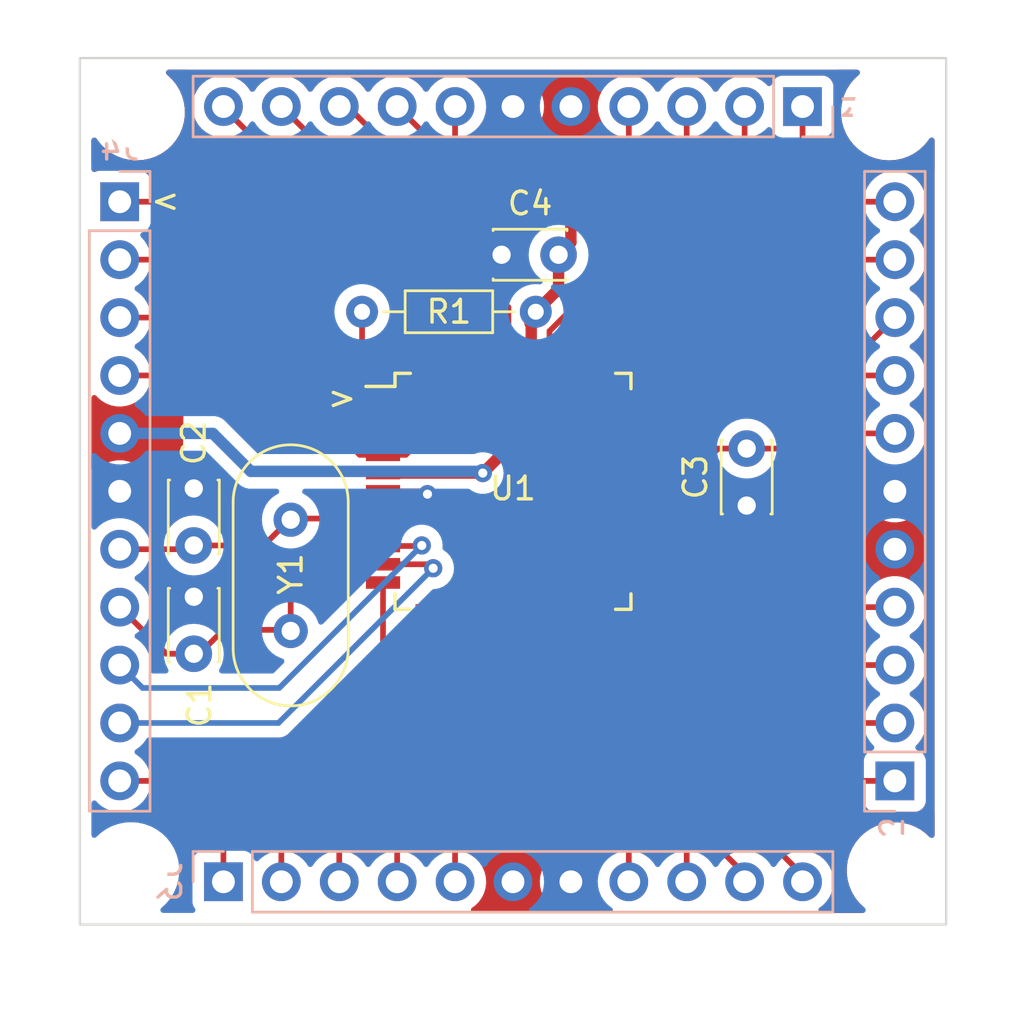
<source format=kicad_pcb>
(kicad_pcb (version 20211014) (generator pcbnew)
  (layers (0 "F.Cu" signal "Ö.Bkr") (31 "B.Cu" signal "A.Bkr") (34 "B.Paste" user "A.Krem Lehim") (35 "F.Paste" user "Ö.Krem Lehim") (36 "B.SilkS" user "A. ipek baskı") (37 "F.SilkS" user "Ö.İpek baskı") (38 "B.Mask" user "A.Maske") (39 "F.Mask" user "Ö.Maske") (44 "Edge.Cuts" user "Kenar.Kesimleri"))
  (net 0 "")
  (net 1 "GND")
  (net 2 "+5V")
  (net 3 "/RST")
  (net 4 "AREF")
  (net 5 "/xta1")
  (net 6 "/xta2")
  (net 7 "Net-(U1-Pad34)")
  (net 8 "Net-(U1-Pad35)")
  (net 9 "Net-(U1-Pad36)")
  (net 10 "Net-(U1-Pad37)")
  (net 11 "Net-(U1-Pad40)")
  (net 12 "Net-(U1-Pad41)")
  (net 13 "Net-(U1-Pad42)")
  (net 14 "Net-(U1-Pad43)")
  (net 15 "Net-(U1-Pad44)")
  (net 16 "Net-(U1-Pad23)")
  (net 17 "Net-(U1-Pad24)")
  (net 18 "Net-(U1-Pad25)")
  (net 19 "Net-(U1-Pad26)")
  (net 20 "Net-(U1-Pad30)")
  (net 21 "Net-(U1-Pad31)")
  (net 22 "Net-(U1-Pad32)")
  (net 23 "Net-(U1-Pad33)")
  (net 24 "Net-(U1-Pad12)")
  (net 25 "Net-(U1-Pad13)")
  (net 26 "Net-(U1-Pad14)")
  (net 27 "Net-(U1-Pad15)")
  (net 28 "Net-(U1-Pad16)")
  (net 29 "/c1")
  (net 30 "/c2")
  (net 31 "/c3")
  (net 32 "/c4")
  (net 33 "Net-(U1-Pad1)")
  (net 34 "Net-(U1-Pad2)")
  (net 35 "Net-(U1-Pad3)")
  (net 36 "Net-(U1-Pad9)")
  (net 37 "Net-(U1-Pad10)")
  (net 38 "Net-(U1-Pad11)")
  (footprint "MountingHole:MountingHole_3.2mm_M3" (layer "F.Cu") (at 55 21.5)
    (fp_text reference "REF**" hide)
    (fp_text value "MountingHole_3.2mm_M3" hide)
    (pad "" np_thru_hole circle (at 0 0) (size 3.2 3.2) (drill 3.2) (layers *.Cu *.Mask))
  )
  (footprint "MountingHole:MountingHole_3.2mm_M3" (layer "F.Cu") (at 55.25 54.75)
    (fp_text reference "REF**" hide)
    (fp_text value "MountingHole_3.2mm_M3" hide)
    (pad "" np_thru_hole circle (at 0 0) (size 3.2 3.2) (drill 3.2) (layers *.Cu *.Mask))
  )
  (footprint "Resistor_THT:R_Axial_DIN0204_L3.6mm_D1.6mm_P7.62mm_Horizontal" (layer "F.Cu") (at 39.5 30.25 180)
    (fp_text reference "R1" (at 3.81 0) (layer "F.SilkS"))
    (fp_text value "10k")
    (fp_line (start 1.89 -0.92) (end 1.89 0.92) (layer "F.SilkS") (width 0.12))
    (fp_line (start 0.94 0) (end 1.89 0) (layer "F.SilkS") (width 0.12))
    (fp_line (start 5.73 -0.92) (end 1.89 -0.92) (layer "F.SilkS") (width 0.12))
    (fp_line (start 1.89 0.92) (end 5.73 0.92) (layer "F.SilkS") (width 0.12))
    (fp_line (start 5.73 0.92) (end 5.73 -0.92) (layer "F.SilkS") (width 0.12))
    (fp_line (start 6.68 0) (end 5.73 0) (layer "F.SilkS") (width 0.12))
    (pad "1" thru_hole circle (at 0 0 180) (size 1.4 1.4) (drill 0.7) (layers *.Cu *.Mask) (net 2 "+5V"))
    (pad "2" thru_hole oval (at 7.62 0 180) (size 1.4 1.4) (drill 0.7) (layers *.Cu *.Mask) (net 3 "/RST"))
  )
  (footprint "Capacitor_THT:C_Disc_D3.0mm_W2.0mm_P2.50mm" (layer "F.Cu") (at 24.5 42.75 -90)
    (fp_text reference "C1" (at 4.75 -0.25 90) (layer "F.SilkS"))
    (fp_text value "22p")
    (fp_line (start -0.37 -1.12) (end -0.37 -1.055) (layer "F.SilkS") (width 0.12))
    (fp_line (start 2.87 -1.12) (end 2.87 -1.055) (layer "F.SilkS") (width 0.12))
    (fp_line (start -0.37 1.055) (end -0.37 1.12) (layer "F.SilkS") (width 0.12))
    (fp_line (start -0.37 1.12) (end 2.87 1.12) (layer "F.SilkS") (width 0.12))
    (fp_line (start 2.87 1.055) (end 2.87 1.12) (layer "F.SilkS") (width 0.12))
    (fp_line (start -0.37 -1.12) (end 2.87 -1.12) (layer "F.SilkS") (width 0.12))
    (pad "1" thru_hole circle (at 0 0 270) (size 1.6 1.6) (drill 0.8) (layers *.Cu *.Mask) (net 1 "GND"))
    (pad "2" thru_hole circle (at 2.5 0 270) (size 1.6 1.6) (drill 0.8) (layers *.Cu *.Mask) (net 5 "/xta1"))
  )
  (footprint "MountingHole:MountingHole_3.2mm_M3" (layer "F.Cu") (at 21.75 54.75)
    (fp_text reference "REF**" hide)
    (fp_text value "MountingHole_3.2mm_M3" hide)
    (pad "" np_thru_hole circle (at 0 0) (size 3.2 3.2) (drill 3.2) (layers *.Cu *.Mask))
  )
  (footprint "MountingHole:MountingHole_3.2mm_M3" (layer "F.Cu") (at 22 21.5)
    (fp_text reference "REF**" hide)
    (fp_text value "MountingHole_3.2mm_M3" hide)
    (pad "" np_thru_hole circle (at 0 0) (size 3.2 3.2) (drill 3.2) (layers *.Cu *.Mask))
  )
  (footprint "Capacitor_THT:C_Disc_D3.0mm_W2.0mm_P2.50mm" (layer "F.Cu") (at 24.5 38 -90)
    (fp_text reference "C2" (at -2 0 90) (layer "F.SilkS"))
    (fp_text value "22p")
    (fp_line (start -0.37 1.055) (end -0.37 1.12) (layer "F.SilkS") (width 0.12))
    (fp_line (start -0.37 1.12) (end 2.87 1.12) (layer "F.SilkS") (width 0.12))
    (fp_line (start -0.37 -1.12) (end 2.87 -1.12) (layer "F.SilkS") (width 0.12))
    (fp_line (start 2.87 1.055) (end 2.87 1.12) (layer "F.SilkS") (width 0.12))
    (fp_line (start 2.87 -1.12) (end 2.87 -1.055) (layer "F.SilkS") (width 0.12))
    (fp_line (start -0.37 -1.12) (end -0.37 -1.055) (layer "F.SilkS") (width 0.12))
    (pad "1" thru_hole circle (at 0 0 270) (size 1.6 1.6) (drill 0.8) (layers *.Cu *.Mask) (net 1 "GND"))
    (pad "2" thru_hole circle (at 2.5 0 270) (size 1.6 1.6) (drill 0.8) (layers *.Cu *.Mask) (net 6 "/xta2"))
  )
  (footprint "Package_QFP:TQFP-44_10x10mm_P0.8mm" (layer "F.Cu") (at 38.5 38.125)
    (fp_text reference "U1" (at 0 -0.125) (layer "F.SilkS"))
    (fp_text value "ATmega16-16A")
    (fp_line (start -5.175 5.175) (end -5.175 4.5) (layer "F.SilkS") (width 0.15))
    (fp_line (start 5.175 5.175) (end 4.5 5.175) (layer "F.SilkS") (width 0.15))
    (fp_line (start -5.175 -5.175) (end -4.5 -5.175) (layer "F.SilkS") (width 0.15))
    (fp_line (start 5.175 -5.175) (end 5.175 -4.5) (layer "F.SilkS") (width 0.15))
    (fp_line (start -5.175 5.175) (end -4.5 5.175) (layer "F.SilkS") (width 0.15))
    (fp_line (start 5.175 5.175) (end 5.175 4.5) (layer "F.SilkS") (width 0.15))
    (fp_line (start 5.175 -5.175) (end 4.5 -5.175) (layer "F.SilkS") (width 0.15))
    (fp_line (start -5.175 -5.175) (end -5.175 -4.6) (layer "F.SilkS") (width 0.15))
    (fp_line (start -5.175 -4.6) (end -6.45 -4.6) (layer "F.SilkS") (width 0.15))
    (pad "1" smd rect (at -5.7 -4) (size 1.5 0.55) (layers "F.Cu" "F.Paste" "F.Mask") (net 33 "Net-(U1-Pad1)"))
    (pad "2" smd rect (at -5.7 -3.2) (size 1.5 0.55) (layers "F.Cu" "F.Paste" "F.Mask") (net 34 "Net-(U1-Pad2)"))
    (pad "3" smd rect (at -5.7 -2.4) (size 1.5 0.55) (layers "F.Cu" "F.Paste" "F.Mask") (net 35 "Net-(U1-Pad3)"))
    (pad "4" smd rect (at -5.7 -1.6) (size 1.5 0.55) (layers "F.Cu" "F.Paste" "F.Mask") (net 3 "/RST"))
    (pad "5" smd rect (at -5.7 -0.8) (size 1.5 0.55) (layers "F.Cu" "F.Paste" "F.Mask") (net 2 "+5V"))
    (pad "6" smd rect (at -5.7 0) (size 1.5 0.55) (layers "F.Cu" "F.Paste" "F.Mask") (net 1 "GND"))
    (pad "7" smd rect (at -5.7 0.8) (size 1.5 0.55) (layers "F.Cu" "F.Paste" "F.Mask") (net 6 "/xta2"))
    (pad "8" smd rect (at -5.7 1.6) (size 1.5 0.55) (layers "F.Cu" "F.Paste" "F.Mask") (net 5 "/xta1"))
    (pad "9" smd rect (at -5.7 2.4) (size 1.5 0.55) (layers "F.Cu" "F.Paste" "F.Mask") (net 36 "Net-(U1-Pad9)"))
    (pad "10" smd rect (at -5.7 3.2) (size 1.5 0.55) (layers "F.Cu" "F.Paste" "F.Mask") (net 37 "Net-(U1-Pad10)"))
    (pad "11" smd rect (at -5.7 4) (size 1.5 0.55) (layers "F.Cu" "F.Paste" "F.Mask") (net 38 "Net-(U1-Pad11)"))
    (pad "12" smd rect (at -4 5.7 90) (size 1.5 0.55) (layers "F.Cu" "F.Paste" "F.Mask") (net 24 "Net-(U1-Pad12)"))
    (pad "13" smd rect (at -3.2 5.7 90) (size 1.5 0.55) (layers "F.Cu" "F.Paste" "F.Mask") (net 25 "Net-(U1-Pad13)"))
    (pad "14" smd rect (at -2.4 5.7 90) (size 1.5 0.55) (layers "F.Cu" "F.Paste" "F.Mask") (net 26 "Net-(U1-Pad14)"))
    (pad "15" smd rect (at -1.6 5.7 90) (size 1.5 0.55) (layers "F.Cu" "F.Paste" "F.Mask") (net 27 "Net-(U1-Pad15)"))
    (pad "16" smd rect (at -0.8 5.7 90) (size 1.5 0.55) (layers "F.Cu" "F.Paste" "F.Mask") (net 28 "Net-(U1-Pad16)"))
    (pad "17" smd rect (at 0 5.7 90) (size 1.5 0.55) (layers "F.Cu" "F.Paste" "F.Mask") (net 2 "+5V"))
    (pad "18" smd rect (at 0.8 5.7 90) (size 1.5 0.55) (layers "F.Cu" "F.Paste" "F.Mask") (net 1 "GND"))
    (pad "19" smd rect (at 1.6 5.7 90) (size 1.5 0.55) (layers "F.Cu" "F.Paste" "F.Mask") (net 29 "/c1"))
    (pad "20" smd rect (at 2.4 5.7 90) (size 1.5 0.55) (layers "F.Cu" "F.Paste" "F.Mask") (net 30 "/c2"))
    (pad "21" smd rect (at 3.2 5.7 90) (size 1.5 0.55) (layers "F.Cu" "F.Paste" "F.Mask") (net 31 "/c3"))
    (pad "22" smd rect (at 4 5.7 90) (size 1.5 0.55) (layers "F.Cu" "F.Paste" "F.Mask") (net 32 "/c4"))
    (pad "23" smd rect (at 5.7 4) (size 1.5 0.55) (layers "F.Cu" "F.Paste" "F.Mask") (net 16 "Net-(U1-Pad23)"))
    (pad "24" smd rect (at 5.7 3.2) (size 1.5 0.55) (layers "F.Cu" "F.Paste" "F.Mask") (net 17 "Net-(U1-Pad24)"))
    (pad "25" smd rect (at 5.7 2.4) (size 1.5 0.55) (layers "F.Cu" "F.Paste" "F.Mask") (net 18 "Net-(U1-Pad25)"))
    (pad "26" smd rect (at 5.7 1.6) (size 1.5 0.55) (layers "F.Cu" "F.Paste" "F.Mask") (net 19 "Net-(U1-Pad26)"))
    (pad "27" smd rect (at 5.7 0.8) (size 1.5 0.55) (layers "F.Cu" "F.Paste" "F.Mask") (net 2 "+5V"))
    (pad "28" smd rect (at 5.7 0) (size 1.5 0.55) (layers "F.Cu" "F.Paste" "F.Mask") (net 1 "GND"))
    (pad "29" smd rect (at 5.7 -0.8) (size 1.5 0.55) (layers "F.Cu" "F.Paste" "F.Mask") (net 4 "AREF"))
    (pad "30" smd rect (at 5.7 -1.6) (size 1.5 0.55) (layers "F.Cu" "F.Paste" "F.Mask") (net 20 "Net-(U1-Pad30)"))
    (pad "31" smd rect (at 5.7 -2.4) (size 1.5 0.55) (layers "F.Cu" "F.Paste" "F.Mask") (net 21 "Net-(U1-Pad31)"))
    (pad "32" smd rect (at 5.7 -3.2) (size 1.5 0.55) (layers "F.Cu" "F.Paste" "F.Mask") (net 22 "Net-(U1-Pad32)"))
    (pad "33" smd rect (at 5.7 -4) (size 1.5 0.55) (layers "F.Cu" "F.Paste" "F.Mask") (net 23 "Net-(U1-Pad33)"))
    (pad "34" smd rect (at 4 -5.7 90) (size 1.5 0.55) (layers "F.Cu" "F.Paste" "F.Mask") (net 7 "Net-(U1-Pad34)"))
    (pad "35" smd rect (at 3.2 -5.7 90) (size 1.5 0.55) (layers "F.Cu" "F.Paste" "F.Mask") (net 8 "Net-(U1-Pad35)"))
    (pad "36" smd rect (at 2.4 -5.7 90) (size 1.5 0.55) (layers "F.Cu" "F.Paste" "F.Mask") (net 9 "Net-(U1-Pad36)"))
    (pad "37" smd rect (at 1.6 -5.7 90) (size 1.5 0.55) (layers "F.Cu" "F.Paste" "F.Mask") (net 10 "Net-(U1-Pad37)"))
    (pad "38" smd rect (at 0.8 -5.7 90) (size 1.5 0.55) (layers "F.Cu" "F.Paste" "F.Mask") (net 2 "+5V"))
    (pad "39" smd rect (at 0 -5.7 90) (size 1.5 0.55) (layers "F.Cu" "F.Paste" "F.Mask") (net 1 "GND"))
    (pad "40" smd rect (at -0.8 -5.7 90) (size 1.5 0.55) (layers "F.Cu" "F.Paste" "F.Mask") (net 11 "Net-(U1-Pad40)"))
    (pad "41" smd rect (at -1.6 -5.7 90) (size 1.5 0.55) (layers "F.Cu" "F.Paste" "F.Mask") (net 12 "Net-(U1-Pad41)"))
    (pad "42" smd rect (at -2.4 -5.7 90) (size 1.5 0.55) (layers "F.Cu" "F.Paste" "F.Mask") (net 13 "Net-(U1-Pad42)"))
    (pad "43" smd rect (at -3.2 -5.7 90) (size 1.5 0.55) (layers "F.Cu" "F.Paste" "F.Mask") (net 14 "Net-(U1-Pad43)"))
    (pad "44" smd rect (at -4 -5.7 90) (size 1.5 0.55) (layers "F.Cu" "F.Paste" "F.Mask") (net 15 "Net-(U1-Pad44)"))
  )
  (footprint "Crystal:Crystal_HC49-4H_Vertical" (layer "F.Cu") (at 28.75 44.25 90)
    (fp_text reference "Y1" (at 2.5 0 90) (layer "F.SilkS"))
    (fp_text value "Crystal")
    (fp_line (start -0.76 2.525) (end 5.64 2.525) (layer "F.SilkS") (width 0.12))
    (fp_line (start -0.76 -2.525) (end 5.64 -2.525) (layer "F.SilkS") (width 0.12))
    (fp_arc (start 5.64 -2.525) (mid 8.165 0) (end 5.64 2.525) (layer "F.SilkS") (width 0.12))
    (fp_arc (start -0.76 2.525) (mid -3.285 0) (end -0.76 -2.525) (layer "F.SilkS") (width 0.12))
    (pad "1" thru_hole circle (at 0 0 90) (size 1.5 1.5) (drill 0.8) (layers *.Cu *.Mask) (net 5 "/xta1"))
    (pad "2" thru_hole circle (at 4.88 0 90) (size 1.5 1.5) (drill 0.8) (layers *.Cu *.Mask) (net 6 "/xta2"))
  )
  (footprint "Capacitor_THT:C_Disc_D3.0mm_W2.0mm_P2.50mm" (layer "F.Cu") (at 48.75 38.75 90)
    (fp_text reference "C3" (at 1.25 -2.25 90) (layer "F.SilkS"))
    (fp_text value "100n")
    (fp_line (start 2.87 1.055) (end 2.87 1.12) (layer "F.SilkS") (width 0.12))
    (fp_line (start -0.37 -1.12) (end 2.87 -1.12) (layer "F.SilkS") (width 0.12))
    (fp_line (start -0.37 1.055) (end -0.37 1.12) (layer "F.SilkS") (width 0.12))
    (fp_line (start -0.37 -1.12) (end -0.37 -1.055) (layer "F.SilkS") (width 0.12))
    (fp_line (start -0.37 1.12) (end 2.87 1.12) (layer "F.SilkS") (width 0.12))
    (fp_line (start 2.87 -1.12) (end 2.87 -1.055) (layer "F.SilkS") (width 0.12))
    (pad "1" thru_hole circle (at 0 0 90) (size 1.6 1.6) (drill 0.8) (layers *.Cu *.Mask) (net 1 "GND"))
    (pad "2" thru_hole circle (at 2.5 0 90) (size 1.6 1.6) (drill 0.8) (layers *.Cu *.Mask) (net 4 "AREF"))
  )
  (footprint "Capacitor_THT:C_Disc_D3.0mm_W2.0mm_P2.50mm" (layer "F.Cu") (at 38 27.75)
    (fp_text reference "C4" (at 1.25 -2.25) (layer "F.SilkS"))
    (fp_text value "100n")
    (fp_line (start 2.87 1.055) (end 2.87 1.12) (layer "F.SilkS") (width 0.12))
    (fp_line (start -0.37 1.055) (end -0.37 1.12) (layer "F.SilkS") (width 0.12))
    (fp_line (start -0.37 1.12) (end 2.87 1.12) (layer "F.SilkS") (width 0.12))
    (fp_line (start -0.37 -1.12) (end -0.37 -1.055) (layer "F.SilkS") (width 0.12))
    (fp_line (start -0.37 -1.12) (end 2.87 -1.12) (layer "F.SilkS") (width 0.12))
    (fp_line (start 2.87 -1.12) (end 2.87 -1.055) (layer "F.SilkS") (width 0.12))
    (pad "1" thru_hole circle (at 0 0) (size 1.6 1.6) (drill 0.8) (layers *.Cu *.Mask) (net 1 "GND"))
    (pad "2" thru_hole circle (at 2.5 0) (size 1.6 1.6) (drill 0.8) (layers *.Cu *.Mask) (net 2 "+5V"))
  )
  (footprint "Connector_PinHeader_2.54mm:PinHeader_1x11_P2.54mm_Vertical" (layer "B.Cu") (at 55.25 50.825)
    (fp_text reference "J2" (at 0 2.33) (layer "B.SilkS") (effects (justify mirror)))
    (fp_text value "Conn_01x11")
    (fp_line (start -1.33 -1.27) (end -1.33 -26.73) (layer "B.SilkS") (width 0.12))
    (fp_line (start -1.33 0) (end -1.33 1.33) (layer "B.SilkS") (width 0.12))
    (fp_line (start 1.33 -1.27) (end 1.33 -26.73) (layer "B.SilkS") (width 0.12))
    (fp_line (start -1.33 -1.27) (end 1.33 -1.27) (layer "B.SilkS") (width 0.12))
    (fp_line (start -1.33 1.33) (end 0 1.33) (layer "B.SilkS") (width 0.12))
    (fp_line (start -1.33 -26.73) (end 1.33 -26.73) (layer "B.SilkS") (width 0.12))
    (pad "1" thru_hole rect (at 0 0) (size 1.7 1.7) (drill 1) (layers *.Cu *.Mask) (net 16 "Net-(U1-Pad23)"))
    (pad "2" thru_hole oval (at 0 -2.54) (size 1.7 1.7) (drill 1) (layers *.Cu *.Mask) (net 17 "Net-(U1-Pad24)"))
    (pad "3" thru_hole oval (at 0 -5.08) (size 1.7 1.7) (drill 1) (layers *.Cu *.Mask) (net 18 "Net-(U1-Pad25)"))
    (pad "4" thru_hole oval (at 0 -7.62) (size 1.7 1.7) (drill 1) (layers *.Cu *.Mask) (net 19 "Net-(U1-Pad26)"))
    (pad "5" thru_hole oval (at 0 -10.16) (size 1.7 1.7) (drill 1) (layers *.Cu *.Mask) (net 2 "+5V"))
    (pad "6" thru_hole oval (at 0 -12.7) (size 1.7 1.7) (drill 1) (layers *.Cu *.Mask) (net 1 "GND"))
    (pad "7" thru_hole oval (at 0 -15.24) (size 1.7 1.7) (drill 1) (layers *.Cu *.Mask) (net 4 "AREF"))
    (pad "8" thru_hole oval (at 0 -17.78) (size 1.7 1.7) (drill 1) (layers *.Cu *.Mask) (net 20 "Net-(U1-Pad30)"))
    (pad "9" thru_hole oval (at 0 -20.32) (size 1.7 1.7) (drill 1) (layers *.Cu *.Mask) (net 21 "Net-(U1-Pad31)"))
    (pad "10" thru_hole oval (at 0 -22.86) (size 1.7 1.7) (drill 1) (layers *.Cu *.Mask) (net 22 "Net-(U1-Pad32)"))
    (pad "11" thru_hole oval (at 0 -25.4) (size 1.7 1.7) (drill 1) (layers *.Cu *.Mask) (net 23 "Net-(U1-Pad33)"))
  )
  (footprint "Connector_PinHeader_2.54mm:PinHeader_1x11_P2.54mm_Vertical" (layer "B.Cu") (at 25.8 55.25 -90)
    (fp_text reference "J3" (at 0 2.33 90) (layer "B.SilkS") (effects (justify mirror)))
    (fp_text value "Conn_01x11")
    (fp_line (start 1.33 -1.27) (end 1.33 -26.73) (layer "B.SilkS") (width 0.12))
    (fp_line (start -1.33 -26.73) (end 1.33 -26.73) (layer "B.SilkS") (width 0.12))
    (fp_line (start -1.33 -1.27) (end -1.33 -26.73) (layer "B.SilkS") (width 0.12))
    (fp_line (start -1.33 0) (end -1.33 1.33) (layer "B.SilkS") (width 0.12))
    (fp_line (start -1.33 -1.27) (end 1.33 -1.27) (layer "B.SilkS") (width 0.12))
    (fp_line (start -1.33 1.33) (end 0 1.33) (layer "B.SilkS") (width 0.12))
    (pad "1" thru_hole rect (at 0 0 270) (size 1.7 1.7) (drill 1) (layers *.Cu *.Mask) (net 24 "Net-(U1-Pad12)"))
    (pad "2" thru_hole oval (at 0 -2.54 270) (size 1.7 1.7) (drill 1) (layers *.Cu *.Mask) (net 25 "Net-(U1-Pad13)"))
    (pad "3" thru_hole oval (at 0 -5.08 270) (size 1.7 1.7) (drill 1) (layers *.Cu *.Mask) (net 26 "Net-(U1-Pad14)"))
    (pad "4" thru_hole oval (at 0 -7.62 270) (size 1.7 1.7) (drill 1) (layers *.Cu *.Mask) (net 27 "Net-(U1-Pad15)"))
    (pad "5" thru_hole oval (at 0 -10.16 270) (size 1.7 1.7) (drill 1) (layers *.Cu *.Mask) (net 28 "Net-(U1-Pad16)"))
    (pad "6" thru_hole oval (at 0 -12.7 270) (size 1.7 1.7) (drill 1) (layers *.Cu *.Mask) (net 2 "+5V"))
    (pad "7" thru_hole oval (at 0 -15.24 270) (size 1.7 1.7) (drill 1) (layers *.Cu *.Mask) (net 1 "GND"))
    (pad "8" thru_hole oval (at 0 -17.78 270) (size 1.7 1.7) (drill 1) (layers *.Cu *.Mask) (net 29 "/c1"))
    (pad "9" thru_hole oval (at 0 -20.32 270) (size 1.7 1.7) (drill 1) (layers *.Cu *.Mask) (net 30 "/c2"))
    (pad "10" thru_hole oval (at 0 -22.86 270) (size 1.7 1.7) (drill 1) (layers *.Cu *.Mask) (net 31 "/c3"))
    (pad "11" thru_hole oval (at 0 -25.4 270) (size 1.7 1.7) (drill 1) (layers *.Cu *.Mask) (net 32 "/c4"))
  )
  (footprint "Connector_PinHeader_2.54mm:PinHeader_1x11_P2.54mm_Vertical" (layer "B.Cu") (at 21.25 25.425 180)
    (fp_text reference "J4" (at 0 2.33) (layer "B.SilkS") (effects (justify mirror)))
    (fp_text value "Conn_01x11")
    (fp_line (start -1.33 -1.27) (end -1.33 -26.73) (layer "B.SilkS") (width 0.12))
    (fp_line (start -1.33 -1.27) (end 1.33 -1.27) (layer "B.SilkS") (width 0.12))
    (fp_line (start -1.33 0) (end -1.33 1.33) (layer "B.SilkS") (width 0.12))
    (fp_line (start 1.33 -1.27) (end 1.33 -26.73) (layer "B.SilkS") (width 0.12))
    (fp_line (start -1.33 1.33) (end 0 1.33) (layer "B.SilkS") (width 0.12))
    (fp_line (start -1.33 -26.73) (end 1.33 -26.73) (layer "B.SilkS") (width 0.12))
    (pad "1" thru_hole rect (at 0 0 180) (size 1.7 1.7) (drill 1) (layers *.Cu *.Mask) (net 33 "Net-(U1-Pad1)"))
    (pad "2" thru_hole oval (at 0 -2.54 180) (size 1.7 1.7) (drill 1) (layers *.Cu *.Mask) (net 34 "Net-(U1-Pad2)"))
    (pad "3" thru_hole oval (at 0 -5.08 180) (size 1.7 1.7) (drill 1) (layers *.Cu *.Mask) (net 35 "Net-(U1-Pad3)"))
    (pad "4" thru_hole oval (at 0 -7.62 180) (size 1.7 1.7) (drill 1) (layers *.Cu *.Mask) (net 3 "/RST"))
    (pad "5" thru_hole oval (at 0 -10.16 180) (size 1.7 1.7) (drill 1) (layers *.Cu *.Mask) (net 2 "+5V"))
    (pad "6" thru_hole oval (at 0 -12.7 180) (size 1.7 1.7) (drill 1) (layers *.Cu *.Mask) (net 1 "GND"))
    (pad "7" thru_hole oval (at 0 -15.24 180) (size 1.7 1.7) (drill 1) (layers *.Cu *.Mask) (net 6 "/xta2"))
    (pad "8" thru_hole oval (at 0 -17.78 180) (size 1.7 1.7) (drill 1) (layers *.Cu *.Mask) (net 5 "/xta1"))
    (pad "9" thru_hole oval (at 0 -20.32 180) (size 1.7 1.7) (drill 1) (layers *.Cu *.Mask) (net 36 "Net-(U1-Pad9)"))
    (pad "10" thru_hole oval (at 0 -22.86 180) (size 1.7 1.7) (drill 1) (layers *.Cu *.Mask) (net 37 "Net-(U1-Pad10)"))
    (pad "11" thru_hole oval (at 0 -25.4 180) (size 1.7 1.7) (drill 1) (layers *.Cu *.Mask) (net 38 "Net-(U1-Pad11)"))
  )
  (footprint "Connector_PinHeader_2.54mm:PinHeader_1x11_P2.54mm_Vertical" (layer "B.Cu") (at 51.2 21.25 90)
    (fp_text reference "J1" (at 0 2.33 90) (layer "B.SilkS") (effects (justify mirror)))
    (fp_text value "Conn_01x11")
    (fp_line (start -1.33 1.33) (end 0 1.33) (layer "B.SilkS") (width 0.12))
    (fp_line (start -1.33 -26.73) (end 1.33 -26.73) (layer "B.SilkS") (width 0.12))
    (fp_line (start -1.33 0) (end -1.33 1.33) (layer "B.SilkS") (width 0.12))
    (fp_line (start -1.33 -1.27) (end 1.33 -1.27) (layer "B.SilkS") (width 0.12))
    (fp_line (start 1.33 -1.27) (end 1.33 -26.73) (layer "B.SilkS") (width 0.12))
    (fp_line (start -1.33 -1.27) (end -1.33 -26.73) (layer "B.SilkS") (width 0.12))
    (pad "1" thru_hole rect (at 0 0 90) (size 1.7 1.7) (drill 1) (layers *.Cu *.Mask) (net 7 "Net-(U1-Pad34)"))
    (pad "2" thru_hole oval (at 0 -2.54 90) (size 1.7 1.7) (drill 1) (layers *.Cu *.Mask) (net 8 "Net-(U1-Pad35)"))
    (pad "3" thru_hole oval (at 0 -5.08 90) (size 1.7 1.7) (drill 1) (layers *.Cu *.Mask) (net 9 "Net-(U1-Pad36)"))
    (pad "4" thru_hole oval (at 0 -7.62 90) (size 1.7 1.7) (drill 1) (layers *.Cu *.Mask) (net 10 "Net-(U1-Pad37)"))
    (pad "5" thru_hole oval (at 0 -10.16 90) (size 1.7 1.7) (drill 1) (layers *.Cu *.Mask) (net 2 "+5V"))
    (pad "6" thru_hole oval (at 0 -12.7 90) (size 1.7 1.7) (drill 1) (layers *.Cu *.Mask) (net 1 "GND"))
    (pad "7" thru_hole oval (at 0 -15.24 90) (size 1.7 1.7) (drill 1) (layers *.Cu *.Mask) (net 11 "Net-(U1-Pad40)"))
    (pad "8" thru_hole oval (at 0 -17.78 90) (size 1.7 1.7) (drill 1) (layers *.Cu *.Mask) (net 12 "Net-(U1-Pad41)"))
    (pad "9" thru_hole oval (at 0 -20.32 90) (size 1.7 1.7) (drill 1) (layers *.Cu *.Mask) (net 13 "Net-(U1-Pad42)"))
    (pad "10" thru_hole oval (at 0 -22.86 90) (size 1.7 1.7) (drill 1) (layers *.Cu *.Mask) (net 14 "Net-(U1-Pad43)"))
    (pad "11" thru_hole oval (at 0 -25.4 90) (size 1.7 1.7) (drill 1) (layers *.Cu *.Mask) (net 15 "Net-(U1-Pad44)"))
  )
  (gr_rect (start 19.5 19.125) (end 57.5 57.125) (layer "Edge.Cuts") (width 0.1) (fill none))
  (gr_text ">" (at 23.25 25.5 180) (layer "F.SilkS") (effects (font (size 1 1))))
  (gr_text ">" (at 31 34) (layer "F.SilkS") (effects (font (size 1 1))))
  (segment (start 38.299511 30.049511) (end 38.299511 32.224511) (width 0.25) (layer "F.Cu") (net 1))
  (segment (start 48.75 38.75) (end 48.125 38.125) (width 0.25) (layer "F.Cu") (net 1))
  (segment (start 41.04 53.54) (end 41.04 55.25) (width 0.25) (layer "F.Cu") (net 1))
  (segment (start 34.625 38.125) (end 34.75 38.25) (width 0.25) (layer "F.Cu") (net 1))
  (segment (start 38 29.75) (end 38.299511 30.049511) (width 0.25) (layer "F.Cu") (net 1))
  (segment (start 48.125 38.125) (end 44.2 38.125) (width 0.25) (layer "F.Cu") (net 1))
  (segment (start 54.625 38.75) (end 55.25 38.125) (width 0.25) (layer "F.Cu") (net 1))
  (segment (start 38.299511 32.224511) (end 38.5 32.425) (width 0.25) (layer "F.Cu") (net 1))
  (segment (start 38 27.75) (end 38 29.75) (width 0.25) (layer "F.Cu") (net 1))
  (segment (start 32.8 38.125) (end 34.625 38.125) (width 0.25) (layer "F.Cu") (net 1))
  (segment (start 39.3 51.8) (end 41.04 53.54) (width 0.25) (layer "F.Cu") (net 1))
  (segment (start 48.75 38.75) (end 54.625 38.75) (width 0.25) (layer "F.Cu") (net 1))
  (segment (start 39.3 43.825) (end 39.3 51.8) (width 0.25) (layer "F.Cu") (net 1))
  (via (at 34.75 38.25) (size 0.8) (drill 0.4) (layers "F.Cu" "B.Cu") (net 1))
  (segment (start 41.04 27.21) (end 40.5 27.75) (width 0.5) (layer "F.Cu") (net 2))
  (segment (start 37.175 37.325) (end 32.8 37.325) (width 0.5) (layer "F.Cu") (net 2))
  (segment (start 39.25 30.75) (end 39.3 30.8) (width 0.5) (layer "F.Cu") (net 2))
  (segment (start 41.04 21.25) (end 41.04 27.21) (width 0.5) (layer "F.Cu") (net 2))
  (segment (start 46.810718 38.925) (end 48.550718 40.665) (width 0.5) (layer "F.Cu") (net 2))
  (segment (start 39.5 30.5) (end 39.25 30.75) (width 0.5) (layer "F.Cu") (net 2))
  (segment (start 40.5 29.25) (end 39.5 30.25) (width 0.5) (layer "F.Cu") (net 2))
  (segment (start 41.325 38.925) (end 44.2 38.925) (width 0.5) (layer "F.Cu") (net 2))
  (segment (start 39.3 32.425) (end 39.3 35.2) (width 0.5) (layer "F.Cu") (net 2))
  (segment (start 38.5 41.75) (end 41.325 38.925) (width 0.5) (layer "F.Cu") (net 2))
  (segment (start 40.5 27.75) (end 40.5 29.25) (width 0.5) (layer "F.Cu") (net 2))
  (segment (start 44.2 38.925) (end 46.810718 38.925) (width 0.5) (layer "F.Cu") (net 2))
  (segment (start 39.3 35.2) (end 37.175 37.325) (width 0.5) (layer "F.Cu") (net 2))
  (segment (start 39.5 30.25) (end 39.5 30.5) (width 0.5) (layer "F.Cu") (net 2))
  (segment (start 39.3 30.8) (end 39.3 32.425) (width 0.5) (layer "F.Cu") (net 2))
  (segment (start 38.5 43.825) (end 38.5 41.75) (width 0.5) (layer "F.Cu") (net 2))
  (segment (start 48.550718 40.665) (end 55.25 40.665) (width 0.5) (layer "F.Cu") (net 2))
  (segment (start 38.5 43.825) (end 38.5 55.25) (width 0.5) (layer "F.Cu") (net 2))
  (via (at 37.175 37.325) (size 0.8) (drill 0.4) (layers "F.Cu" "B.Cu") (net 2))
  (segment (start 37.175 37.325) (end 37.1 37.25) (width 0.5) (layer "B.Cu") (net 2))
  (segment (start 25.335 35.585) (end 21.25 35.585) (width 0.5) (layer "B.Cu") (net 2))
  (segment (start 27 37.25) (end 25.335 35.585) (width 0.5) (layer "B.Cu") (net 2))
  (segment (start 37.1 37.25) (end 27 37.25) (width 0.5) (layer "B.Cu") (net 2))
  (segment (start 34.5 35.825) (end 34.5 34.25) (width 0.25) (layer "F.Cu") (net 3))
  (segment (start 34.5 34.25) (end 31.88 31.63) (width 0.25) (layer "F.Cu") (net 3))
  (segment (start 32.8 36.525) (end 31.775 36.525) (width 0.25) (layer "F.Cu") (net 3))
  (segment (start 31.88 31.63) (end 31.88 30.25) (width 0.25) (layer "F.Cu") (net 3))
  (segment (start 31.775 36.525) (end 28.295 33.045) (width 0.25) (layer "F.Cu") (net 3))
  (segment (start 28.295 33.045) (end 21.25 33.045) (width 0.25) (layer "F.Cu") (net 3))
  (segment (start 32.8 36.525) (end 33.8 36.525) (width 0.25) (layer "F.Cu") (net 3))
  (segment (start 33.8 36.525) (end 34.5 35.825) (width 0.25) (layer "F.Cu") (net 3))
  (segment (start 55.25 35.585) (end 52.665 35.585) (width 0.25) (layer "F.Cu") (net 4))
  (segment (start 46.425 37.325) (end 47.5 36.25) (width 0.25) (layer "F.Cu") (net 4))
  (segment (start 52.665 35.585) (end 52 36.25) (width 0.25) (layer "F.Cu") (net 4))
  (segment (start 47.5 36.25) (end 48.75 36.25) (width 0.25) (layer "F.Cu") (net 4))
  (segment (start 52 36.25) (end 48.75 36.25) (width 0.25) (layer "F.Cu") (net 4))
  (segment (start 44.2 37.325) (end 46.425 37.325) (width 0.25) (layer "F.Cu") (net 4))
  (segment (start 24.75 45.25) (end 23.295 45.25) (width 0.25) (layer "F.Cu") (net 5))
  (segment (start 28.75 44.2) (end 25.8 44.2) (width 0.25) (layer "F.Cu") (net 5))
  (segment (start 32.8 39.725) (end 31.025 39.725) (width 0.25) (layer "F.Cu") (net 5))
  (segment (start 28.75 42) (end 28.75 44.2) (width 0.25) (layer "F.Cu") (net 5))
  (segment (start 31.025 39.725) (end 28.75 42) (width 0.25) (layer "F.Cu") (net 5))
  (segment (start 25.8 44.2) (end 24.75 45.25) (width 0.25) (layer "F.Cu") (net 5))
  (segment (start 23.295 45.25) (end 21.25 43.205) (width 0.25) (layer "F.Cu") (net 5))
  (segment (start 30.18 39.32) (end 30.575 38.925) (width 0.25) (layer "F.Cu") (net 6))
  (segment (start 24.75 40.5) (end 27.57 40.5) (width 0.25) (layer "F.Cu") (net 6))
  (segment (start 30.575 38.925) (end 32.8 38.925) (width 0.25) (layer "F.Cu") (net 6))
  (segment (start 27.57 40.5) (end 28.75 39.32) (width 0.25) (layer "F.Cu") (net 6))
  (segment (start 24.585 40.665) (end 24.75 40.5) (width 0.25) (layer "F.Cu") (net 6))
  (segment (start 21.25 40.665) (end 24.585 40.665) (width 0.25) (layer "F.Cu") (net 6))
  (segment (start 28.75 39.32) (end 30.18 39.32) (width 0.25) (layer "F.Cu") (net 6))
  (segment (start 43.325 32.425) (end 42.5 32.425) (width 0.25) (layer "F.Cu") (net 7))
  (segment (start 51.2 21.25) (end 51.2 24.55) (width 0.25) (layer "F.Cu") (net 7))
  (segment (start 51.2 24.55) (end 43.325 32.425) (width 0.25) (layer "F.Cu") (net 7))
  (segment (start 41.7 31.425) (end 48.66 24.465) (width 0.25) (layer "F.Cu") (net 8))
  (segment (start 41.7 32.425) (end 41.7 31.425) (width 0.25) (layer "F.Cu") (net 8))
  (segment (start 48.66 24.465) (end 48.66 21.25) (width 0.25) (layer "F.Cu") (net 8))
  (segment (start 46.12 26.205) (end 46.12 21.25) (width 0.25) (layer "F.Cu") (net 9))
  (segment (start 40.9 31.425) (end 46.12 26.205) (width 0.25) (layer "F.Cu") (net 9))
  (segment (start 40.9 32.425) (end 40.9 31.425) (width 0.25) (layer "F.Cu") (net 9))
  (segment (start 40.1 32.425) (end 40.1 31.098878) (width 0.25) (layer "F.Cu") (net 10))
  (segment (start 40.1 31.098878) (end 43.58 27.618878) (width 0.25) (layer "F.Cu") (net 10))
  (segment (start 43.58 27.618878) (end 43.58 21.25) (width 0.25) (layer "F.Cu") (net 10))
  (segment (start 35.96 28.324282) (end 35.96 21.25) (width 0.25) (layer "F.Cu") (net 11))
  (segment (start 37.34952 29.735238) (end 37.34952 29.713802) (width 0.25) (layer "F.Cu") (net 11))
  (segment (start 37.7 30.085718) (end 37.34952 29.735238) (width 0.25) (layer "F.Cu") (net 11))
  (segment (start 37.34952 29.713802) (end 35.96 28.324282) (width 0.25) (layer "F.Cu") (net 11))
  (segment (start 37.7 32.425) (end 37.7 30.085718) (width 0.25) (layer "F.Cu") (net 11))
  (segment (start 35.25 28.25) (end 35.25 23.08) (width 0.25) (layer "F.Cu") (net 12))
  (segment (start 35.25 23.08) (end 33.42 21.25) (width 0.25) (layer "F.Cu") (net 12))
  (segment (start 36.9 32.425) (end 36.9 29.9) (width 0.25) (layer "F.Cu") (net 12))
  (segment (start 36.9 29.9) (end 35.25 28.25) (width 0.25) (layer "F.Cu") (net 12))
  (segment (start 31.25 21.25) (end 30.88 21.25) (width 0.25) (layer "F.Cu") (net 13))
  (segment (start 34.25 28) (end 34.25 24.25) (width 0.25) (layer "F.Cu") (net 13))
  (segment (start 36.1 29.85) (end 34.25 28) (width 0.25) (layer "F.Cu") (net 13))
  (segment (start 34.25 24.25) (end 31.25 21.25) (width 0.25) (layer "F.Cu") (net 13))
  (segment (start 36.1 32.425) (end 36.1 29.85) (width 0.25) (layer "F.Cu") (net 13))
  (segment (start 35.3 32.425) (end 35.3 30.05) (width 0.25) (layer "F.Cu") (net 14))
  (segment (start 35.3 30.05) (end 33.5 28.25) (width 0.25) (layer "F.Cu") (net 14))
  (segment (start 33.5 28.25) (end 33.5 26.41) (width 0.25) (layer "F.Cu") (net 14))
  (segment (start 33.5 26.41) (end 28.34 21.25) (width 0.25) (layer "F.Cu") (net 14))
  (segment (start 34.5 32.425) (end 34.5 30) (width 0.25) (layer "F.Cu") (net 15))
  (segment (start 34.5 30) (end 25.8 21.3) (width 0.25) (layer "F.Cu") (net 15))
  (segment (start 25.8 21.3) (end 25.8 21.25) (width 0.25) (layer "F.Cu") (net 15))
  (segment (start 44.2 42.125) (end 45.125 42.125) (width 0.25) (layer "F.Cu") (net 16))
  (segment (start 45.125 42.125) (end 53.825 50.825) (width 0.25) (layer "F.Cu") (net 16))
  (segment (start 53.825 50.825) (end 55.25 50.825) (width 0.25) (layer "F.Cu") (net 16))
  (segment (start 45.575 41.325) (end 52.535 48.285) (width 0.25) (layer "F.Cu") (net 17))
  (segment (start 52.535 48.285) (end 55.25 48.285) (width 0.25) (layer "F.Cu") (net 17))
  (segment (start 44.2 41.325) (end 45.575 41.325) (width 0.25) (layer "F.Cu") (net 17))
  (segment (start 51.495 45.745) (end 55.25 45.745) (width 0.25) (layer "F.Cu") (net 18))
  (segment (start 44.2 40.525) (end 46.275 40.525) (width 0.25) (layer "F.Cu") (net 18))
  (segment (start 46.275 40.525) (end 51.495 45.745) (width 0.25) (layer "F.Cu") (net 18))
  (segment (start 49.955 43.205) (end 55.25 43.205) (width 0.25) (layer "F.Cu") (net 19))
  (segment (start 46.624511 39.874511) (end 49.955 43.205) (width 0.25) (layer "F.Cu") (net 19))
  (segment (start 44.349511 39.874511) (end 46.624511 39.874511) (width 0.25) (layer "F.Cu") (net 19))
  (segment (start 44.2 39.725) (end 44.349511 39.874511) (width 0.25) (layer "F.Cu") (net 19))
  (segment (start 44.2 36.525) (end 45.725 36.525) (width 0.25) (layer "F.Cu") (net 20))
  (segment (start 45.725 36.525) (end 49.205 33.045) (width 0.25) (layer "F.Cu") (net 20))
  (segment (start 49.205 33.045) (end 55.25 33.045) (width 0.25) (layer "F.Cu") (net 20))
  (segment (start 53.755 32) (end 55.25 30.505) (width 0.25) (layer "F.Cu") (net 21))
  (segment (start 44.2 35.725) (end 45.275 35.725) (width 0.25) (layer "F.Cu") (net 21))
  (segment (start 49 32) (end 53.755 32) (width 0.25) (layer "F.Cu") (net 21))
  (segment (start 45.275 35.725) (end 49 32) (width 0.25) (layer "F.Cu") (net 21))
  (segment (start 52.035 27.965) (end 55.25 27.965) (width 0.25) (layer "F.Cu") (net 22))
  (segment (start 44.2 34.925) (end 45.075 34.925) (width 0.25) (layer "F.Cu") (net 22))
  (segment (start 45.075 34.925) (end 52.035 27.965) (width 0.25) (layer "F.Cu") (net 22))
  (segment (start 44.625 34.125) (end 53.325 25.425) (width 0.25) (layer "F.Cu") (net 23))
  (segment (start 44.2 34.125) (end 44.625 34.125) (width 0.25) (layer "F.Cu") (net 23))
  (segment (start 53.325 25.425) (end 55.25 25.425) (width 0.25) (layer "F.Cu") (net 23))
  (segment (start 34.5 44.5) (end 25.8 53.2) (width 0.25) (layer "F.Cu") (net 24))
  (segment (start 25.8 53.2) (end 25.8 55.25) (width 0.25) (layer "F.Cu") (net 24))
  (segment (start 34.5 43.825) (end 34.5 44.5) (width 0.25) (layer "F.Cu") (net 24))
  (segment (start 35.3 43.825) (end 35.3 44.7) (width 0.25) (layer "F.Cu") (net 25))
  (segment (start 35.3 44.7) (end 28.34 51.66) (width 0.25) (layer "F.Cu") (net 25))
  (segment (start 28.34 51.66) (end 28.34 55.25) (width 0.25) (layer "F.Cu") (net 25))
  (segment (start 36.1 43.825) (end 36.1 45.65) (width 0.25) (layer "F.Cu") (net 26))
  (segment (start 30.88 50.87) (end 30.88 55.25) (width 0.25) (layer "F.Cu") (net 26))
  (segment (start 36.1 45.65) (end 30.88 50.87) (width 0.25) (layer "F.Cu") (net 26))
  (segment (start 36.9 47.6) (end 33.42 51.08) (width 0.25) (layer "F.Cu") (net 27))
  (segment (start 33.42 51.08) (end 33.42 55.25) (width 0.25) (layer "F.Cu") (net 27))
  (segment (start 36.9 43.825) (end 36.9 47.6) (width 0.25) (layer "F.Cu") (net 27))
  (segment (start 37.7 47.8) (end 35.96 49.54) (width 0.25) (layer "F.Cu") (net 28))
  (segment (start 35.96 49.54) (end 35.96 55.25) (width 0.25) (layer "F.Cu") (net 28))
  (segment (start 37.7 43.825) (end 37.7 47.8) (width 0.25) (layer "F.Cu") (net 28))
  (segment (start 40.1 43.825) (end 40.1 49.35) (width 0.25) (layer "F.Cu") (net 29))
  (segment (start 43.58 52.83) (end 43.58 55.25) (width 0.25) (layer "F.Cu") (net 29))
  (segment (start 40.1 49.35) (end 43.58 52.83) (width 0.25) (layer "F.Cu") (net 29))
  (segment (start 40.9 43.825) (end 40.9 48.4) (width 0.25) (layer "F.Cu") (net 30))
  (segment (start 46.12 53.62) (end 46.12 55.25) (width 0.25) (layer "F.Cu") (net 30))
  (segment (start 40.9 48.4) (end 46.12 53.62) (width 0.25) (layer "F.Cu") (net 30))
  (segment (start 48.66 54.91) (end 48.66 55.25) (width 0.25) (layer "F.Cu") (net 31))
  (segment (start 41.7 47.95) (end 48.66 54.91) (width 0.25) (layer "F.Cu") (net 31))
  (segment (start 41.7 43.825) (end 41.7 47.95) (width 0.25) (layer "F.Cu") (net 31))
  (segment (start 42.5 43.825) (end 42.5 46.25) (width 0.25) (layer "F.Cu") (net 32))
  (segment (start 42.5 46.25) (end 51.2 54.95) (width 0.25) (layer "F.Cu") (net 32))
  (segment (start 51.2 54.95) (end 51.2 55.25) (width 0.25) (layer "F.Cu") (net 32))
  (segment (start 32.8 34.125) (end 24.75 26.075) (width 0.25) (layer "F.Cu") (net 33))
  (segment (start 24.175 25.425) (end 21.25 25.425) (width 0.25) (layer "F.Cu") (net 33))
  (segment (start 24.75 26) (end 24.175 25.425) (width 0.25) (layer "F.Cu") (net 33))
  (segment (start 24.75 26.075) (end 24.75 26) (width 0.25) (layer "F.Cu") (net 33))
  (segment (start 24.875 28) (end 24 28) (width 0.25) (layer "F.Cu") (net 34))
  (segment (start 23.965 27.965) (end 21.25 27.965) (width 0.25) (layer "F.Cu") (net 34))
  (segment (start 32.8 34.925) (end 31.8 34.925) (width 0.25) (layer "F.Cu") (net 34))
  (segment (start 24 28) (end 23.965 27.965) (width 0.25) (layer "F.Cu") (net 34))
  (segment (start 31.8 34.925) (end 24.875 28) (width 0.25) (layer "F.Cu") (net 34))
  (segment (start 32.8 35.725) (end 31.725 35.725) (width 0.25) (layer "F.Cu") (net 35))
  (segment (start 26.505 30.505) (end 21.25 30.505) (width 0.25) (layer "F.Cu") (net 35))
  (segment (start 31.725 35.725) (end 26.505 30.505) (width 0.25) (layer "F.Cu") (net 35))
  (segment (start 32.8 40.525) (end 34.475 40.525) (width 0.25) (layer "F.Cu") (net 36))
  (segment (start 34.475 40.525) (end 34.5 40.5) (width 0.25) (layer "F.Cu") (net 36))
  (via (at 34.5 40.5) (size 0.8) (drill 0.4) (layers "F.Cu" "B.Cu") (net 36))
  (segment (start 22.255 46.75) (end 21.25 45.745) (width 0.25) (layer "B.Cu") (net 36))
  (segment (start 34.5 40.5) (end 28.25 46.75) (width 0.25) (layer "B.Cu") (net 36))
  (segment (start 28.25 46.75) (end 22.255 46.75) (width 0.25) (layer "B.Cu") (net 36))
  (segment (start 34.825 41.325) (end 35 41.5) (width 0.25) (layer "F.Cu") (net 37))
  (segment (start 32.8 41.325) (end 34.825 41.325) (width 0.25) (layer "F.Cu") (net 37))
  (via (at 35 41.5) (size 0.8) (drill 0.4) (layers "F.Cu" "B.Cu") (net 37))
  (segment (start 28.215 48.285) (end 21.25 48.285) (width 0.25) (layer "B.Cu") (net 37))
  (segment (start 35 41.5) (end 28.215 48.285) (width 0.25) (layer "B.Cu") (net 37))
  (segment (start 32.8 45.2) (end 27.175 50.825) (width 0.25) (layer "F.Cu") (net 38))
  (segment (start 32.8 42.125) (end 32.8 45.2) (width 0.25) (layer "F.Cu") (net 38))
  (segment (start 27.175 50.825) (end 21.25 50.825) (width 0.25) (layer "F.Cu") (net 38))
  (zone (net 2) (net_name "+5V") (layer "F.Cu") (priority 2) (connect_pads yes (clearance 0.508)) (min_thickness 0.254) (fill yes (thermal_gap 0.508) (thermal_bridge_width 0.508) (smoothing chamfer) (radius 1))
    (polygon (pts (xy 23.75 58.5) (xy 18.75 58.25) (xy 19.25 18.5) (xy 24.25 18.5)))
  )
  (zone (net 2) (net_name "+5V") (layer "F.Cu") (priority 2) (connect_pads yes (clearance 0.508)) (min_thickness 0.254) (fill yes (thermal_gap 0.508) (thermal_bridge_width 0.508) (smoothing chamfer) (radius 1))
    (polygon (pts (xy 60.5 61.5) (xy 16 60.75) (xy 17 51.75) (xy 60 51.75)))
  )
  (zone (net 2) (net_name "+5V") (layer "F.Cu") (priority 2) (connect_pads yes (clearance 0.508)) (min_thickness 0.254) (fill yes (thermal_gap 0.508) (thermal_bridge_width 0.508) (smoothing chamfer) (radius 1))
    (polygon (pts (xy 58.25 18.25) (xy 58.25 24) (xy 18 24.25) (xy 18.25 17.75)))
  )
  (zone (net 2) (net_name "+5V") (layer "F.Cu") (priority 2) (connect_pads yes (clearance 0.508)) (min_thickness 0.254) (fill yes (thermal_gap 0.508) (thermal_bridge_width 0.508) (smoothing chamfer) (radius 1))
    (polygon (pts (xy 59 17.75) (xy 59 59) (xy 52.25 59.25) (xy 52.25 17.25)))
  )
  (zone (net 1) (net_name "GND") (layer "B.Cu") (priority 1) (connect_pads yes (clearance 0.508)) (min_thickness 0.254) (fill yes (thermal_gap 0.508) (thermal_bridge_width 0.508) (smoothing chamfer) (radius 1))
    (polygon (pts (xy 57.5 57.25) (xy 19 57.25) (xy 19.25 18.75) (xy 57.75 18.75)))
  )
)
</source>
